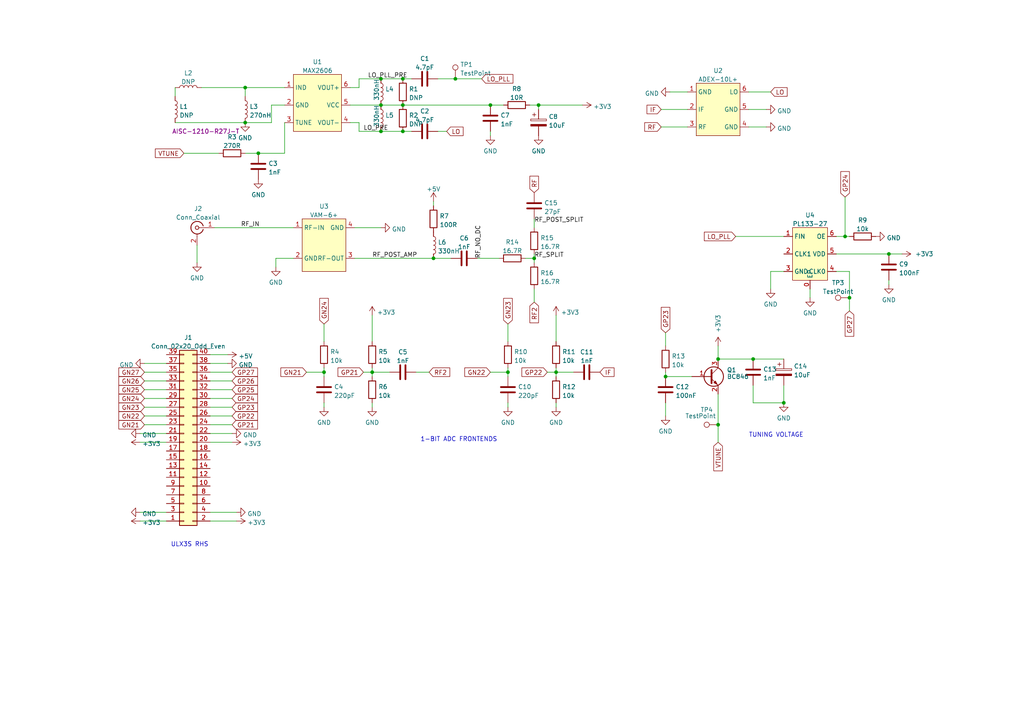
<source format=kicad_sch>
(kicad_sch (version 20211123) (generator eeschema)
  (paper "A4")
  (title_block (title "ULX3S Mixer + 1-bit ADC PCB"))
  (lib_symbols
    (symbol "Connector:Conn_Coaxial" (pin_names (offset 1.016) hide)
      (property "Reference" "J" (at 0.254 3.048 0))
      (property "Value" "Conn_Coaxial" (at 2.921 0 90))
      (symbol "Conn_Coaxial_0_1"
        (arc (start -1.778 -0.508) (mid 0.222 -1.808) (end 1.778 0) (stroke (width 0.254)))
        (polyline (pts (xy -2.54 0) (xy -0.508 0)))
        (polyline (pts (xy 0 -2.54) (xy 0 -1.778)))
        (circle (center 0 0) (radius 0.508) (stroke (width 0.2032)))
        (arc (start 1.778 0) (mid 0.222 1.8083) (end -1.778 0.508) (stroke (width 0.254)))
      )
      (symbol "Conn_Coaxial_1_1"
        (pin passive line (at -5.08 0 0) (length 2.54) (name "In") (number "1"))
        (pin passive line (at 0 -5.08 90) (length 2.54) (name "Ext") (number "2"))
      )
    )
    (symbol "Connector:TestPoint" (pin_numbers hide) (pin_names (offset 0.762) hide)
      (property "Reference" "TP" (at 0 6.858 0))
      (property "Value" "TestPoint" (at 0 5.08 0))
      (symbol "TestPoint_0_1"
        (circle (center 0 3.302) (radius 0.762))
      )
      (symbol "TestPoint_1_1"
        (pin passive line (at 0 0 90) (length 2.54) (name "1") (number "1"))
      )
    )
    (symbol "Connector_Generic:Conn_02x20_Odd_Even" (pin_names (offset 1.016) hide)
      (property "Reference" "J" (at 1.27 25.4 0))
      (property "Value" "Conn_02x20_Odd_Even" (at 1.27 -27.94 0))
      (symbol "Conn_02x20_Odd_Even_1_1"
        (rectangle (start -1.27 -25.273) (end 0 -25.527) (stroke (width 0.1524)))
        (rectangle (start -1.27 -22.733) (end 0 -22.987) (stroke (width 0.1524)))
        (rectangle (start -1.27 -20.193) (end 0 -20.447) (stroke (width 0.1524)))
        (rectangle (start -1.27 -17.653) (end 0 -17.907) (stroke (width 0.1524)))
        (rectangle (start -1.27 -15.113) (end 0 -15.367) (stroke (width 0.1524)))
        (rectangle (start -1.27 -12.573) (end 0 -12.827) (stroke (width 0.1524)))
        (rectangle (start -1.27 -10.033) (end 0 -10.287) (stroke (width 0.1524)))
        (rectangle (start -1.27 -7.493) (end 0 -7.747) (stroke (width 0.1524)))
        (rectangle (start -1.27 -4.953) (end 0 -5.207) (stroke (width 0.1524)))
        (rectangle (start -1.27 -2.413) (end 0 -2.667) (stroke (width 0.1524)))
        (rectangle (start -1.27 0.127) (end 0 -0.127) (stroke (width 0.1524)))
        (rectangle (start -1.27 2.667) (end 0 2.413) (stroke (width 0.1524)))
        (rectangle (start -1.27 5.207) (end 0 4.953) (stroke (width 0.1524)))
        (rectangle (start -1.27 7.747) (end 0 7.493) (stroke (width 0.1524)))
        (rectangle (start -1.27 10.287) (end 0 10.033) (stroke (width 0.1524)))
        (rectangle (start -1.27 12.827) (end 0 12.573) (stroke (width 0.1524)))
        (rectangle (start -1.27 15.367) (end 0 15.113) (stroke (width 0.1524)))
        (rectangle (start -1.27 17.907) (end 0 17.653) (stroke (width 0.1524)))
        (rectangle (start -1.27 20.447) (end 0 20.193) (stroke (width 0.1524)))
        (rectangle (start -1.27 22.987) (end 0 22.733) (stroke (width 0.1524)))
        (rectangle (start -1.27 24.13) (end 3.81 -26.67) (stroke (width 0.254)) (fill (type background)))
        (rectangle (start 3.81 -25.273) (end 2.54 -25.527) (stroke (width 0.1524)))
        (rectangle (start 3.81 -22.733) (end 2.54 -22.987) (stroke (width 0.1524)))
        (rectangle (start 3.81 -20.193) (end 2.54 -20.447) (stroke (width 0.1524)))
        (rectangle (start 3.81 -17.653) (end 2.54 -17.907) (stroke (width 0.1524)))
        (rectangle (start 3.81 -15.113) (end 2.54 -15.367) (stroke (width 0.1524)))
        (rectangle (start 3.81 -12.573) (end 2.54 -12.827) (stroke (width 0.1524)))
        (rectangle (start 3.81 -10.033) (end 2.54 -10.287) (stroke (width 0.1524)))
        (rectangle (start 3.81 -7.493) (end 2.54 -7.747) (stroke (width 0.1524)))
        (rectangle (start 3.81 -4.953) (end 2.54 -5.207) (stroke (width 0.1524)))
        (rectangle (start 3.81 -2.413) (end 2.54 -2.667) (stroke (width 0.1524)))
        (rectangle (start 3.81 0.127) (end 2.54 -0.127) (stroke (width 0.1524)))
        (rectangle (start 3.81 2.667) (end 2.54 2.413) (stroke (width 0.1524)))
        (rectangle (start 3.81 5.207) (end 2.54 4.953) (stroke (width 0.1524)))
        (rectangle (start 3.81 7.747) (end 2.54 7.493) (stroke (width 0.1524)))
        (rectangle (start 3.81 10.287) (end 2.54 10.033) (stroke (width 0.1524)))
        (rectangle (start 3.81 12.827) (end 2.54 12.573) (stroke (width 0.1524)))
        (rectangle (start 3.81 15.367) (end 2.54 15.113) (stroke (width 0.1524)))
        (rectangle (start 3.81 17.907) (end 2.54 17.653) (stroke (width 0.1524)))
        (rectangle (start 3.81 20.447) (end 2.54 20.193) (stroke (width 0.1524)))
        (rectangle (start 3.81 22.987) (end 2.54 22.733) (stroke (width 0.1524)))
        (pin passive line (at -5.08 22.86 0) (length 3.81) (name "Pin_1") (number "1"))
        (pin passive line (at 7.62 12.7 180) (length 3.81) (name "Pin_10") (number "10"))
        (pin passive line (at -5.08 10.16 0) (length 3.81) (name "Pin_11") (number "11"))
        (pin passive line (at 7.62 10.16 180) (length 3.81) (name "Pin_12") (number "12"))
        (pin passive line (at -5.08 7.62 0) (length 3.81) (name "Pin_13") (number "13"))
        (pin passive line (at 7.62 7.62 180) (length 3.81) (name "Pin_14") (number "14"))
        (pin passive line (at -5.08 5.08 0) (length 3.81) (name "Pin_15") (number "15"))
        (pin passive line (at 7.62 5.08 180) (length 3.81) (name "Pin_16") (number "16"))
        (pin passive line (at -5.08 2.54 0) (length 3.81) (name "Pin_17") (number "17"))
        (pin passive line (at 7.62 2.54 180) (length 3.81) (name "Pin_18") (number "18"))
        (pin passive line (at -5.08 0 0) (length 3.81) (name "Pin_19") (number "19"))
        (pin passive line (at 7.62 22.86 180) (length 3.81) (name "Pin_2") (number "2"))
        (pin passive line (at 7.62 0 180) (length 3.81) (name "Pin_20") (number "20"))
        (pin passive line (at -5.08 -2.54 0) (length 3.81) (name "Pin_21") (number "21"))
        (pin passive line (at 7.62 -2.54 180) (length 3.81) (name "Pin_22") (number "22"))
        (pin passive line (at -5.08 -5.08 0) (length 3.81) (name "Pin_23") (number "23"))
        (pin passive line (at 7.62 -5.08 180) (length 3.81) (name "Pin_24") (number "24"))
        (pin passive line (at -5.08 -7.62 0) (length 3.81) (name "Pin_25") (number "25"))
        (pin passive line (at 7.62 -7.62 180) (length 3.81) (name "Pin_26") (number "26"))
        (pin passive line (at -5.08 -10.16 0) (length 3.81) (name "Pin_27") (number "27"))
        (pin passive line (at 7.62 -10.16 180) (length 3.81) (name "Pin_28") (number "28"))
        (pin passive line (at -5.08 -12.7 0) (length 3.81) (name "Pin_29") (number "29"))
        (pin passive line (at -5.08 20.32 0) (length 3.81) (name "Pin_3") (number "3"))
        (pin passive line (at 7.62 -12.7 180) (length 3.81) (name "Pin_30") (number "30"))
        (pin passive line (at -5.08 -15.24 0) (length 3.81) (name "Pin_31") (number "31"))
        (pin passive line (at 7.62 -15.24 180) (length 3.81) (name "Pin_32") (number "32"))
        (pin passive line (at -5.08 -17.78 0) (length 3.81) (name "Pin_33") (number "33"))
        (pin passive line (at 7.62 -17.78 180) (length 3.81) (name "Pin_34") (number "34"))
        (pin passive line (at -5.08 -20.32 0) (length 3.81) (name "Pin_35") (number "35"))
        (pin passive line (at 7.62 -20.32 180) (length 3.81) (name "Pin_36") (number "36"))
        (pin passive line (at -5.08 -22.86 0) (length 3.81) (name "Pin_37") (number "37"))
        (pin passive line (at 7.62 -22.86 180) (length 3.81) (name "Pin_38") (number "38"))
        (pin passive line (at -5.08 -25.4 0) (length 3.81) (name "Pin_39") (number "39"))
        (pin passive line (at 7.62 20.32 180) (length 3.81) (name "Pin_4") (number "4"))
        (pin passive line (at 7.62 -25.4 180) (length 3.81) (name "Pin_40") (number "40"))
        (pin passive line (at -5.08 17.78 0) (length 3.81) (name "Pin_5") (number "5"))
        (pin passive line (at 7.62 17.78 180) (length 3.81) (name "Pin_6") (number "6"))
        (pin passive line (at -5.08 15.24 0) (length 3.81) (name "Pin_7") (number "7"))
        (pin passive line (at 7.62 15.24 180) (length 3.81) (name "Pin_8") (number "8"))
        (pin passive line (at -5.08 12.7 0) (length 3.81) (name "Pin_9") (number "9"))
      )
    )
    (symbol "Device:C" (pin_numbers hide) (pin_names (offset 0.254))
      (property "Reference" "C" (at 0.635 2.54 0))
      (property "Value" "C" (at 0.635 -2.54 0))
      (symbol "C_0_1"
        (polyline (pts (xy -2.032 -0.762) (xy 2.032 -0.762)) (stroke (width 0.508)))
        (polyline (pts (xy -2.032 0.762) (xy 2.032 0.762)) (stroke (width 0.508)))
      )
      (symbol "C_1_1"
        (pin passive line (at 0 3.81 270) (length 2.794) (name "~") (number "1"))
        (pin passive line (at 0 -3.81 90) (length 2.794) (name "~") (number "2"))
      )
    )
    (symbol "Device:C_Polarized" (pin_numbers hide) (pin_names (offset 0.254))
      (property "Reference" "C" (at 0.635 2.54 0))
      (property "Value" "C_Polarized" (at 0.635 -2.54 0))
      (symbol "C_Polarized_0_1"
        (rectangle (start -2.286 0.508) (end 2.286 1.016))
        (polyline (pts (xy -1.778 2.286) (xy -0.762 2.286)))
        (polyline (pts (xy -1.27 2.794) (xy -1.27 1.778)))
        (rectangle (start 2.286 -0.508) (end -2.286 -1.016) (fill (type outline)))
      )
      (symbol "C_Polarized_1_1"
        (pin passive line (at 0 3.81 270) (length 2.794) (name "~") (number "1"))
        (pin passive line (at 0 -3.81 90) (length 2.794) (name "~") (number "2"))
      )
    )
    (symbol "Device:L" (pin_numbers hide) (pin_names (offset 1.016) hide)
      (property "Reference" "L" (at -1.27 0 90))
      (property "Value" "L" (at 1.905 0 90))
      (symbol "L_0_1"
        (arc (start 0 -2.54) (mid 0.635 -1.905) (end 0 -1.27))
        (arc (start 0 -1.27) (mid 0.635 -0.635) (end 0 0))
        (arc (start 0 0) (mid 0.635 0.635) (end 0 1.27))
        (arc (start 0 1.27) (mid 0.635 1.905) (end 0 2.54))
      )
      (symbol "L_1_1"
        (pin passive line (at 0 3.81 270) (length 1.27) (name "1") (number "1"))
        (pin passive line (at 0 -3.81 90) (length 1.27) (name "2") (number "2"))
      )
    )
    (symbol "Device:R" (pin_numbers hide) (pin_names (offset 0))
      (property "Reference" "R" (at 2.032 0 90))
      (property "Value" "R" (at 0 0 90))
      (symbol "R_0_1"
        (rectangle (start -1.016 -2.54) (end 1.016 2.54) (stroke (width 0.254)))
      )
      (symbol "R_1_1"
        (pin passive line (at 0 3.81 270) (length 1.27) (name "~") (number "1"))
        (pin passive line (at 0 -3.81 90) (length 1.27) (name "~") (number "2"))
      )
    )
    (symbol "Transistor_BJT:BC846" (pin_names (offset 0) hide)
      (property "Reference" "Q" (at 5.08 1.905 0))
      (property "Value" "BC846" (at 5.08 0 0))
      (symbol "BC846_0_1"
        (polyline (pts (xy 0.635 0.635) (xy 2.54 2.54)))
        (polyline (pts (xy 0.635 -0.635) (xy 2.54 -2.54) (xy 2.54 -2.54)))
        (polyline (pts (xy 0.635 1.905) (xy 0.635 -1.905) (xy 0.635 -1.905)) (stroke (width 0.508)))
        (polyline (pts (xy 1.27 -1.778) (xy 1.778 -1.27) (xy 2.286 -2.286) (xy 1.27 -1.778) (xy 1.27 -1.778)) (fill (type outline)))
        (circle (center 1.27 0) (radius 2.8194) (stroke (width 0.254)))
      )
      (symbol "BC846_1_1"
        (pin input line (at -5.08 0 0) (length 5.715) (name "B") (number "1"))
        (pin passive line (at 2.54 -5.08 90) (length 2.54) (name "E") (number "2"))
        (pin passive line (at 2.54 5.08 270) (length 2.54) (name "C") (number "3"))
      )
    )
    (symbol "mixer:ADEX-10L+"
      (property "Reference" "U" (at -6.35 10.16 0))
      (property "Value" "ADEX-10L+" (at 8.89 -10.16 0))
      (symbol "ADEX-10L+_0_1"
        (rectangle (start -6.35 7.62) (end 6.35 -7.62) (stroke (width 0.1524)) (fill (type background)))
      )
      (symbol "ADEX-10L+_1_1"
        (pin power_out line (at -8.89 5.08 0) (length 2.54) (name "GND") (number "1"))
        (pin bidirectional line (at -8.89 0 0) (length 2.54) (name "IF") (number "2"))
        (pin bidirectional line (at -8.89 -5.08 0) (length 2.54) (name "RF") (number "3"))
        (pin power_out line (at 8.89 -5.08 180) (length 2.54) (name "GND") (number "4"))
        (pin power_out line (at 8.89 0 180) (length 2.54) (name "GND") (number "5"))
        (pin input line (at 8.89 5.08 180) (length 2.54) (name "LO") (number "6"))
      )
    )
    (symbol "mixer:MAX2606"
      (property "Reference" "U?" (at -0.635 12.539 0))
      (property "Value" "MAX2606" (at -0.635 10.0021 0))
      (symbol "MAX2606_0_1"
        (rectangle (start -7.62 8.89) (end 6.35 -7.62) (stroke (width 0.1524)) (fill (type background)))
      )
      (symbol "MAX2606_1_1"
        (pin input line (at -10.16 5.08 0) (length 2.54) (name "IND") (number "1"))
        (pin power_out line (at -10.16 0 0) (length 2.54) (name "GND") (number "2"))
        (pin input line (at -10.16 -5.08 0) (length 2.54) (name "TUNE") (number "3"))
        (pin output line (at 8.89 -5.08 180) (length 2.54) (name "VOUT-") (number "4"))
        (pin power_in line (at 8.89 0 180) (length 2.54) (name "VCC") (number "5"))
        (pin output line (at 8.89 5.08 180) (length 2.54) (name "VOUT+") (number "6"))
      )
    )
    (symbol "mixer:PL133-27"
      (property "Reference" "U4" (at 0 11.269 0))
      (property "Value" "PL133-27" (at 0 8.7321 0))
      (symbol "PL133-27_0_1"
        (rectangle (start -5.08 7.62) (end 5.08 -7.62) (stroke (width 0.1524)) (fill (type background)))
      )
      (symbol "PL133-27_1_1"
        (pin power_out line (at 0 -10.16 90) (length 2.54) (name "EP") (number "0"))
        (pin input line (at -7.62 5.08 0) (length 2.54) (name "FIN") (number "1"))
        (pin output line (at -7.62 0 0) (length 2.54) (name "CLK1") (number "2"))
        (pin power_out line (at -7.62 -5.08 0) (length 2.54) (name "GND") (number "3"))
        (pin output line (at 7.62 -5.08 180) (length 2.54) (name "CLK0") (number "4"))
        (pin power_in line (at 7.62 0 180) (length 2.54) (name "VDD") (number "5"))
        (pin input line (at 7.62 5.08 180) (length 2.54) (name "OE") (number "6"))
      )
    )
    (symbol "mixer:VAM-6+"
      (property "Reference" "U3" (at 0 11.269 0))
      (property "Value" "VAM-6+" (at 0 8.7321 0))
      (symbol "VAM-6+_0_1"
        (rectangle (start -6.35 7.62) (end 6.35 -7.62) (stroke (width 0.1524)) (fill (type background)))
      )
      (symbol "VAM-6+_1_1"
        (pin input line (at -8.89 5.08 0) (length 2.54) (name "RF-IN") (number "1") (alternate "" input line))
        (pin power_out line (at -8.89 -3.81 0) (length 2.54) (name "GND") (number "2") (alternate "" input line))
        (pin power_out line (at 8.89 -3.81 180) (length 2.54) (name "RF-OUT") (number "3") (alternate "" input line))
        (pin power_out line (at 8.89 5.08 180) (length 2.54) (name "GND") (number "4") (alternate "" input line))
      )
    )
    (symbol "power:+3.3V" (power) (pin_names (offset 0))
      (property "Value" "+3.3V" (at 0 3.556 0))
      (symbol "+3.3V_0_1"
        (polyline (pts (xy -0.762 1.27) (xy 0 2.54)))
        (polyline (pts (xy 0 0) (xy 0 2.54)))
        (polyline (pts (xy 0 2.54) (xy 0.762 1.27)))
      )
      (symbol "+3.3V_1_1"
        (pin power_in line (at 0 0 90) (length 0) hide (name "+3V3") (number "1"))
      )
    )
    (symbol "power:+5V" (power) (pin_names (offset 0))
      (property "Value" "+5V" (at 0 3.556 0))
      (symbol "+5V_0_1"
        (polyline (pts (xy -0.762 1.27) (xy 0 2.54)))
        (polyline (pts (xy 0 0) (xy 0 2.54)))
        (polyline (pts (xy 0 2.54) (xy 0.762 1.27)))
      )
      (symbol "+5V_1_1"
        (pin power_in line (at 0 0 90) (length 0) hide (name "+5V") (number "1"))
      )
    )
    (symbol "power:GND" (power) (pin_names (offset 0))
      (property "Value" "GND" (at 0 -3.81 0))
      (symbol "GND_0_1"
        (polyline (pts (xy 0 0) (xy 0 -1.27) (xy 1.27 -1.27) (xy 0 -2.54) (xy -1.27 -1.27) (xy 0 -1.27)))
      )
      (symbol "GND_1_1"
        (pin power_in line (at 0 0 270) (length 0) hide (name "GND") (number "1"))
      )
    )
  )
  (junction (at 116.84 22.86))
  (junction (at 193.04 109.22))
  (junction (at 71.12 35.56))
  (junction (at 116.84 30.48))
  (junction (at 208.28 104.14))
  (junction (at 93.98 107.95))
  (junction (at 142.24 30.48))
  (junction (at 74.93 44.45))
  (junction (at 218.44 104.14))
  (junction (at 245.11 68.58))
  (junction (at 116.84 38.1))
  (junction (at 107.95 107.95))
  (junction (at 132.08 22.86))
  (junction (at 147.32 107.95))
  (junction (at 110.49 22.86))
  (junction (at 257.81 73.66))
  (junction (at 161.29 107.95))
  (junction (at 110.49 38.1))
  (junction (at 110.49 30.48))
  (junction (at 125.73 74.93))
  (junction (at 71.12 25.4))
  (junction (at 156.21 30.48))
  (junction (at 246.38 86.36))
  (junction (at 208.28 123.19))
  (junction (at 227.33 116.84))
  (junction (at 154.94 74.93))
  (wire (pts (xy 53.34 44.45) (xy 63.5 44.45)))
  (wire (pts (xy 227.33 104.14) (xy 218.44 104.14)))
  (wire (pts (xy 208.28 100.33) (xy 208.28 104.14)))
  (wire (pts (xy 41.91 110.49) (xy 48.26 110.49)))
  (wire (pts (xy 102.87 66.04) (xy 110.49 66.04)))
  (wire (pts (xy 104.14 38.1) (xy 104.14 35.56)))
  (wire (pts (xy 110.49 22.86) (xy 116.84 22.86)))
  (wire (pts (xy 80.01 74.93) (xy 80.01 77.47)))
  (wire (pts (xy 107.95 116.84) (xy 107.95 118.11)))
  (wire (pts (xy 120.65 107.95) (xy 124.46 107.95)))
  (wire (pts (xy 41.91 123.19) (xy 48.26 123.19)))
  (wire (pts (xy 40.64 148.59) (xy 48.26 148.59)))
  (wire (pts (xy 193.04 116.84) (xy 193.04 120.65)))
  (wire (pts (xy 242.57 68.58) (xy 245.11 68.58)))
  (wire (pts (xy 193.04 109.22) (xy 200.66 109.22)))
  (wire (pts (xy 40.64 151.13) (xy 48.26 151.13)))
  (wire (pts (xy 193.04 109.22) (xy 193.04 107.95)))
  (wire (pts (xy 60.96 148.59) (xy 68.58 148.59)))
  (wire (pts (xy 41.91 113.03) (xy 48.26 113.03)))
  (wire (pts (xy 153.67 30.48) (xy 156.21 30.48)))
  (wire (pts (xy 245.11 68.58) (xy 246.38 68.58)))
  (wire (pts (xy 60.96 110.49) (xy 67.31 110.49)))
  (wire (pts (xy 110.49 38.1) (xy 104.14 38.1)))
  (wire (pts (xy 154.94 63.5) (xy 154.94 66.04)))
  (wire (pts (xy 191.77 31.75) (xy 199.39 31.75)))
  (wire (pts (xy 71.12 35.56) (xy 78.74 35.56)))
  (wire (pts (xy 101.6 30.48) (xy 110.49 30.48)))
  (wire (pts (xy 88.9 107.95) (xy 93.98 107.95)))
  (wire (pts (xy 78.74 30.48) (xy 78.74 35.56)))
  (wire (pts (xy 60.96 118.11) (xy 67.31 118.11)))
  (wire (pts (xy 154.94 83.82) (xy 154.94 87.63)))
  (wire (pts (xy 217.17 26.67) (xy 223.52 26.67)))
  (wire (pts (xy 82.55 44.45) (xy 74.93 44.45)))
  (wire (pts (xy 156.21 30.48) (xy 156.21 31.75)))
  (wire (pts (xy 154.94 73.66) (xy 154.94 74.93)))
  (wire (pts (xy 222.25 36.83) (xy 217.17 36.83)))
  (wire (pts (xy 218.44 104.14) (xy 208.28 104.14)))
  (wire (pts (xy 222.25 31.75) (xy 217.17 31.75)))
  (wire (pts (xy 218.44 116.84) (xy 227.33 116.84)))
  (wire (pts (xy 156.21 30.48) (xy 168.91 30.48)))
  (wire (pts (xy 107.95 106.68) (xy 107.95 107.95)))
  (wire (pts (xy 41.91 105.41) (xy 48.26 105.41)))
  (wire (pts (xy 161.29 91.44) (xy 161.29 99.06)))
  (wire (pts (xy 107.95 91.44) (xy 107.95 99.06)))
  (wire (pts (xy 62.23 66.04) (xy 85.09 66.04)))
  (wire (pts (xy 147.32 93.98) (xy 147.32 99.06)))
  (wire (pts (xy 161.29 116.84) (xy 161.29 118.11)))
  (wire (pts (xy 104.14 22.86) (xy 110.49 22.86)))
  (wire (pts (xy 101.6 35.56) (xy 104.14 35.56)))
  (wire (pts (xy 102.87 74.93) (xy 125.73 74.93)))
  (wire (pts (xy 257.81 73.66) (xy 261.62 73.66)))
  (wire (pts (xy 85.09 74.93) (xy 80.01 74.93)))
  (wire (pts (xy 66.04 105.41) (xy 60.96 105.41)))
  (wire (pts (xy 104.14 25.4) (xy 104.14 22.86)))
  (wire (pts (xy 154.94 74.93) (xy 154.94 76.2)))
  (wire (pts (xy 41.91 107.95) (xy 48.26 107.95)))
  (wire (pts (xy 125.73 58.42) (xy 125.73 59.69)))
  (wire (pts (xy 191.77 36.83) (xy 199.39 36.83)))
  (wire (pts (xy 142.24 107.95) (xy 147.32 107.95)))
  (wire (pts (xy 223.52 78.74) (xy 223.52 83.82)))
  (wire (pts (xy 110.49 30.48) (xy 116.84 30.48)))
  (wire (pts (xy 208.28 123.19) (xy 208.28 128.27)))
  (wire (pts (xy 147.32 107.95) (xy 147.32 109.22)))
  (wire (pts (xy 193.04 96.52) (xy 193.04 100.33)))
  (wire (pts (xy 242.57 73.66) (xy 257.81 73.66)))
  (wire (pts (xy 60.96 125.73) (xy 67.31 125.73)))
  (wire (pts (xy 57.15 71.12) (xy 57.15 76.2)))
  (wire (pts (xy 107.95 107.95) (xy 107.95 109.22)))
  (wire (pts (xy 119.38 38.1) (xy 116.84 38.1)))
  (wire (pts (xy 242.57 78.74) (xy 246.38 78.74)))
  (wire (pts (xy 218.44 111.76) (xy 218.44 116.84)))
  (wire (pts (xy 166.37 107.95) (xy 161.29 107.95)))
  (wire (pts (xy 125.73 74.93) (xy 130.81 74.93)))
  (wire (pts (xy 147.32 106.68) (xy 147.32 107.95)))
  (wire (pts (xy 257.81 81.28) (xy 257.81 82.55)))
  (wire (pts (xy 71.12 25.4) (xy 82.55 25.4)))
  (wire (pts (xy 223.52 78.74) (xy 227.33 78.74)))
  (wire (pts (xy 132.08 22.86) (xy 127 22.86)))
  (wire (pts (xy 93.98 107.95) (xy 93.98 109.22)))
  (wire (pts (xy 93.98 93.98) (xy 93.98 99.06)))
  (wire (pts (xy 158.75 107.95) (xy 161.29 107.95)))
  (wire (pts (xy 246.38 78.74) (xy 246.38 86.36)))
  (wire (pts (xy 60.96 128.27) (xy 67.31 128.27)))
  (wire (pts (xy 60.96 120.65) (xy 67.31 120.65)))
  (wire (pts (xy 246.38 86.36) (xy 246.38 90.17)))
  (wire (pts (xy 93.98 106.68) (xy 93.98 107.95)))
  (wire (pts (xy 101.6 25.4) (xy 104.14 25.4)))
  (wire (pts (xy 60.96 113.03) (xy 67.31 113.03)))
  (wire (pts (xy 213.36 68.58) (xy 227.33 68.58)))
  (wire (pts (xy 194.31 26.67) (xy 199.39 26.67)))
  (wire (pts (xy 93.98 116.84) (xy 93.98 118.11)))
  (wire (pts (xy 234.95 83.82) (xy 234.95 86.36)))
  (wire (pts (xy 41.91 115.57) (xy 48.26 115.57)))
  (wire (pts (xy 113.03 107.95) (xy 107.95 107.95)))
  (wire (pts (xy 142.24 38.1) (xy 142.24 39.37)))
  (wire (pts (xy 82.55 30.48) (xy 78.74 30.48)))
  (wire (pts (xy 60.96 151.13) (xy 68.58 151.13)))
  (wire (pts (xy 161.29 107.95) (xy 161.29 109.22)))
  (wire (pts (xy 132.08 22.86) (xy 139.7 22.86)))
  (wire (pts (xy 138.43 74.93) (xy 144.78 74.93)))
  (wire (pts (xy 60.96 107.95) (xy 67.31 107.95)))
  (wire (pts (xy 161.29 106.68) (xy 161.29 107.95)))
  (wire (pts (xy 82.55 35.56) (xy 82.55 44.45)))
  (wire (pts (xy 71.12 25.4) (xy 71.12 27.94)))
  (wire (pts (xy 40.64 128.27) (xy 48.26 128.27)))
  (wire (pts (xy 245.11 57.15) (xy 245.11 68.58)))
  (wire (pts (xy 66.04 102.87) (xy 60.96 102.87)))
  (wire (pts (xy 147.32 116.84) (xy 147.32 118.11)))
  (wire (pts (xy 40.64 125.73) (xy 48.26 125.73)))
  (wire (pts (xy 58.42 25.4) (xy 71.12 25.4)))
  (wire (pts (xy 116.84 38.1) (xy 110.49 38.1)))
  (wire (pts (xy 60.96 123.19) (xy 67.31 123.19)))
  (wire (pts (xy 116.84 22.86) (xy 119.38 22.86)))
  (wire (pts (xy 41.91 120.65) (xy 48.26 120.65)))
  (wire (pts (xy 208.28 114.3) (xy 208.28 123.19)))
  (wire (pts (xy 60.96 115.57) (xy 67.31 115.57)))
  (wire (pts (xy 152.4 74.93) (xy 154.94 74.93)))
  (wire (pts (xy 50.8 35.56) (xy 71.12 35.56)))
  (wire (pts (xy 105.41 107.95) (xy 107.95 107.95)))
  (wire (pts (xy 127 38.1) (xy 129.54 38.1)))
  (wire (pts (xy 50.8 25.4) (xy 50.8 27.94)))
  (wire (pts (xy 227.33 111.76) (xy 227.33 116.84)))
  (wire (pts (xy 71.12 44.45) (xy 74.93 44.45)))
  (wire (pts (xy 116.84 30.48) (xy 142.24 30.48)))
  (wire (pts (xy 41.91 118.11) (xy 48.26 118.11)))
  (wire (pts (xy 142.24 30.48) (xy 146.05 30.48)))
  (text "ULX3S RHS" (at 49.53 158.75 0) (effects (font (size 1.27 1.27)) (justify left bottom)))
  (text "TUNING VOLTAGE" (at 217.17 127 0) (effects (font (size 1.27 1.27)) (justify left bottom)))
  (text "1-BIT ADC FRONTENDS" (at 121.92 128.27 0) (effects (font (size 1.27 1.27)) (justify left bottom)))
  (label "RF_IN" (at 69.85 66.04 0))
  (label "RF_NO_DC" (at 139.7 74.93 90))
  (label "RF_SPLIT" (at 154.94 74.93 0))
  (label "RF_POST_AMP" (at 107.95 74.93 0))
  (label "LO_PRE" (at 105.41 38.1 0))
  (label "LO_PLL_PRE" (at 106.68 22.86 0))
  (label "RF_POST_SPLIT" (at 154.94 64.77 0))
  (global_label "GN22" (shape input) (at 41.91 120.65 180) (property "Intersheet References" "${INTERSHEET_REFS}" (effects hide)))
  (global_label "GP24" (shape input) (at 67.31 115.57 0) (property "Intersheet References" "${INTERSHEET_REFS}" (effects hide)))
  (global_label "GP22" (shape input) (at 67.31 120.65 0) (property "Intersheet References" "${INTERSHEET_REFS}" (effects hide)))
  (global_label "RF" (shape input) (at 154.94 55.88 90) (property "Intersheet References" "${INTERSHEET_REFS}" (effects hide)))
  (global_label "GN24" (shape input) (at 93.98 93.98 90) (property "Intersheet References" "${INTERSHEET_REFS}" (effects hide)))
  (global_label "GN22" (shape input) (at 142.24 107.95 180) (property "Intersheet References" "${INTERSHEET_REFS}" (effects hide)))
  (global_label "GN21" (shape input) (at 41.91 123.19 180) (property "Intersheet References" "${INTERSHEET_REFS}" (effects hide)))
  (global_label "LO" (shape input) (at 223.52 26.67 0) (property "Intersheet References" "${INTERSHEET_REFS}" (effects hide)))
  (global_label "GP24" (shape input) (at 245.11 57.15 90) (property "Intersheet References" "${INTERSHEET_REFS}" (effects hide)))
  (global_label "GP23" (shape input) (at 67.31 118.11 0) (property "Intersheet References" "${INTERSHEET_REFS}" (effects hide)))
  (global_label "GN21" (shape input) (at 88.9 107.95 180) (property "Intersheet References" "${INTERSHEET_REFS}" (effects hide)))
  (global_label "RF2" (shape input) (at 154.94 87.63 270) (property "Intersheet References" "${INTERSHEET_REFS}" (effects hide)))
  (global_label "GN23" (shape input) (at 41.91 118.11 180) (property "Intersheet References" "${INTERSHEET_REFS}" (effects hide)))
  (global_label "GP26" (shape input) (at 67.31 110.49 0) (property "Intersheet References" "${INTERSHEET_REFS}" (effects hide)))
  (global_label "LO" (shape input) (at 129.54 38.1 0) (property "Intersheet References" "${INTERSHEET_REFS}" (effects hide)))
  (global_label "GN26" (shape input) (at 41.91 110.49 180) (property "Intersheet References" "${INTERSHEET_REFS}" (effects hide)))
  (global_label "IF" (shape input) (at 173.99 107.95 0) (property "Intersheet References" "${INTERSHEET_REFS}" (effects hide)))
  (global_label "GN25" (shape input) (at 41.91 113.03 180) (property "Intersheet References" "${INTERSHEET_REFS}" (effects hide)))
  (global_label "GP27" (shape input) (at 67.31 107.95 0) (property "Intersheet References" "${INTERSHEET_REFS}" (effects hide)))
  (global_label "IF" (shape input) (at 191.77 31.75 180) (property "Intersheet References" "${INTERSHEET_REFS}" (effects hide)))
  (global_label "GP23" (shape input) (at 193.04 96.52 90) (property "Intersheet References" "${INTERSHEET_REFS}" (effects hide)))
  (global_label "GN23" (shape input) (at 147.32 93.98 90) (property "Intersheet References" "${INTERSHEET_REFS}" (effects hide)))
  (global_label "GP21" (shape input) (at 67.31 123.19 0) (property "Intersheet References" "${INTERSHEET_REFS}" (effects hide)))
  (global_label "GN24" (shape input) (at 41.91 115.57 180) (property "Intersheet References" "${INTERSHEET_REFS}" (effects hide)))
  (global_label "RF2" (shape input) (at 124.46 107.95 0) (property "Intersheet References" "${INTERSHEET_REFS}" (effects hide)))
  (global_label "GP25" (shape input) (at 67.31 113.03 0) (property "Intersheet References" "${INTERSHEET_REFS}" (effects hide)))
  (global_label "LO_PLL" (shape input) (at 139.7 22.86 0) (property "Intersheet References" "${INTERSHEET_REFS}" (effects hide)))
  (global_label "RF" (shape input) (at 191.77 36.83 180) (property "Intersheet References" "${INTERSHEET_REFS}" (effects hide)))
  (global_label "LO_PLL" (shape input) (at 213.36 68.58 180) (property "Intersheet References" "${INTERSHEET_REFS}" (effects hide)))
  (global_label "VTUNE" (shape input) (at 208.28 128.27 270) (property "Intersheet References" "${INTERSHEET_REFS}" (effects hide)))
  (global_label "GN27" (shape input) (at 41.91 107.95 180) (property "Intersheet References" "${INTERSHEET_REFS}" (effects hide)))
  (global_label "GP27" (shape input) (at 246.38 90.17 270) (property "Intersheet References" "${INTERSHEET_REFS}" (effects hide)))
  (global_label "VTUNE" (shape input) (at 53.34 44.45 180) (property "Intersheet References" "${INTERSHEET_REFS}" (effects hide)))
  (global_label "GP22" (shape input) (at 158.75 107.95 180) (property "Intersheet References" "${INTERSHEET_REFS}" (effects hide)))
  (global_label "GP21" (shape input) (at 105.41 107.95 180) (property "Intersheet References" "${INTERSHEET_REFS}" (effects hide)))
  (symbol (lib_id "power:GND") (at 193.04 120.65 0) (unit 1)
    (property "Reference" "#PWR026" (effects hide))
    (property "Value" "GND" (at 193.04 125.0934 0))
  )
  (symbol (lib_id "power:+3.3V") (at 168.91 30.48 270) (unit 1)
    (property "Reference" "#PWR018" (effects hide))
    (property "Value" "+3.3V" (at 172.085 30.9138 90) (effects (justify left)))
  )
  (symbol (lib_id "Device:R") (at 107.95 102.87 0) (unit 1)
    (property "Reference" "R5" (at 109.728 102.0353 0) (effects (justify left)))
    (property "Value" "10k" (at 109.728 104.5722 0) (effects (justify left)))
    (property "Footprint" "Resistor_SMD:R_0603_1608Metric" (effects hide))
    (property "MPN" "0603WAJ0103T5E" (effects hide))
  )
  (symbol (lib_id "power:GND") (at 68.58 148.59 90) (unit 1)
    (property "Reference" "#PWR0104" (effects hide))
    (property "Value" "GND" (at 71.755 149.0238 90) (effects (justify right)))
  )
  (symbol (lib_id "Connector:TestPoint") (at 208.28 123.19 90) (unit 1)
    (property "Reference" "TP4" (at 204.978 118.8552 90))
    (property "Value" "TestPoint" (at 203.2 120.65 90))
    (property "Footprint" "TestPoint:TestPoint_Pad_1.0x1.0mm" (effects hide))
    (property "MPN" "DNP" (effects hide))
  )
  (symbol (lib_id "power:+5V") (at 125.73 58.42 0) (unit 1)
    (property "Reference" "#PWR015" (effects hide))
    (property "Value" "+5V" (at 125.73 54.8442 0))
  )
  (symbol (lib_id "power:+3.3V") (at 68.58 151.13 270) (unit 1)
    (property "Reference" "#PWR0105" (effects hide))
    (property "Value" "+3.3V" (at 71.755 151.5638 90) (effects (justify left)))
  )
  (symbol (lib_id "Device:C_Polarized") (at 156.21 35.56 0) (unit 1)
    (property "Reference" "C8" (at 159.131 33.8363 0) (effects (justify left)))
    (property "Value" "10uF" (at 159.131 36.3732 0) (effects (justify left)))
    (property "Footprint" "Capacitor_SMD:C_1210_3225Metric" (effects hide))
    (property "MPN" "CL32A106KOJNNNE" (effects hide))
  )
  (symbol (lib_id "Device:R") (at 161.29 102.87 0) (unit 1)
    (property "Reference" "R11" (at 163.068 102.0353 0) (effects (justify left)))
    (property "Value" "10k" (at 163.068 104.5722 0) (effects (justify left)))
    (property "Footprint" "Resistor_SMD:R_0603_1608Metric" (effects hide))
    (property "MPN" "0603WAJ0103T5E" (effects hide))
  )
  (symbol (lib_id "power:GND") (at 40.64 125.73 270) (unit 1)
    (property "Reference" "#PWR029" (effects hide))
    (property "Value" "GND" (at 41.275 126.1638 90) (effects (justify left)))
  )
  (symbol (lib_id "Device:R") (at 116.84 26.67 0) (unit 1)
    (property "Reference" "R1" (at 118.618 25.8353 0) (effects (justify left)))
    (property "Value" "DNP" (at 118.618 28.3722 0) (effects (justify left)))
    (property "Footprint" "Resistor_SMD:R_0603_1608Metric" (effects hide))
    (property "MPN" "DNP" (effects hide))
  )
  (symbol (lib_id "power:GND") (at 156.21 39.37 0) (unit 1)
    (property "Reference" "#PWR017" (effects hide))
    (property "Value" "GND" (at 156.21 43.8134 0))
  )
  (symbol (lib_id "Device:R") (at 154.94 80.01 0) (unit 1)
    (property "Reference" "R16" (at 156.718 79.1753 0) (effects (justify left)))
    (property "Value" "16.7R" (at 156.718 81.7122 0) (effects (justify left)))
    (property "Footprint" "Resistor_SMD:R_0603_1608Metric" (effects hide))
    (property "MPN" "RT0603BRD0716R7L" (effects hide))
  )
  (symbol (lib_id "power:+3.3V") (at 67.31 128.27 270) (unit 1)
    (property "Reference" "#PWR032" (effects hide))
    (property "Value" "+3.3V" (at 70.485 128.7038 90) (effects (justify left)))
  )
  (symbol (lib_id "power:+3.3V") (at 208.28 100.33 0) (unit 1)
    (property "Reference" "#PWR027" (effects hide))
    (property "Value" "+3.3V" (at 208.28 96.52 90) (effects (justify left)))
  )
  (symbol (lib_id "Device:C") (at 93.98 113.03 0) (unit 1)
    (property "Reference" "C4" (at 96.901 112.1953 0) (effects (justify left)))
    (property "Value" "220pF" (at 96.901 114.7322 0) (effects (justify left)))
    (property "Footprint" "Capacitor_SMD:C_0603_1608Metric" (effects hide))
    (property "MPN" "885382206001" (effects hide))
  )
  (symbol (lib_id "power:+3.3V") (at 40.64 128.27 90) (unit 1)
    (property "Reference" "#PWR030" (effects hide))
    (property "Value" "+3.3V" (at 41.275 128.7038 90) (effects (justify right)))
  )
  (symbol (lib_id "Device:R") (at 107.95 113.03 0) (unit 1)
    (property "Reference" "R6" (at 109.728 112.1953 0) (effects (justify left)))
    (property "Value" "10k" (at 109.728 114.7322 0) (effects (justify left)))
    (property "Footprint" "Resistor_SMD:R_0603_1608Metric" (effects hide))
    (property "MPN" "0603WAJ0103T5E" (effects hide))
  )
  (symbol (lib_id "mixer:PL133-27") (at 234.95 73.66 0) (unit 1)
    (property "Reference" "U4" (at 234.95 62.391 0))
    (property "Value" "PL133-27" (at 234.95 64.9279 0))
    (property "Footprint" "mixer:TDFN2013-6LD-PL-1" (effects hide))
    (property "MPN" "PL133-27GC-R" (effects hide))
  )
  (symbol (lib_id "power:GND") (at 80.01 77.47 0) (unit 1)
    (property "Reference" "#PWR010" (effects hide))
    (property "Value" "GND" (at 80.01 81.9134 0))
  )
  (symbol (lib_id "Device:L") (at 50.8 31.75 0) (unit 1)
    (property "Reference" "L1" (at 52.07 30.9153 0) (effects (justify left)))
    (property "Value" "DNP" (at 52.07 33.4522 0) (effects (justify left)))
    (property "Footprint" "Inductor_SMD:L_1210_3225Metric" (effects hide))
    (property "MPN" "DNP" (effects hide))
  )
  (symbol (lib_id "Device:R") (at 161.29 113.03 0) (unit 1)
    (property "Reference" "R12" (at 163.068 112.1953 0) (effects (justify left)))
    (property "Value" "10k" (at 163.068 114.7322 0) (effects (justify left)))
    (property "Footprint" "Resistor_SMD:R_0603_1608Metric" (effects hide))
    (property "MPN" "0603WAJ0103T5E" (effects hide))
  )
  (symbol (lib_id "Connector:TestPoint") (at 132.08 22.86 0) (unit 1)
    (property "Reference" "TP1" (at 133.477 18.7233 0) (effects (justify left)))
    (property "Value" "TestPoint" (at 133.477 21.2602 0) (effects (justify left)))
    (property "Footprint" "TestPoint:TestPoint_Pad_1.0x1.0mm" (effects hide))
    (property "MPN" "DNP" (effects hide))
  )
  (symbol (lib_id "power:+3.3V") (at 107.95 91.44 0) (unit 1)
    (property "Reference" "#PWR013" (effects hide))
    (property "Value" "+3.3V" (at 109.347 90.6038 0) (effects (justify left)))
  )
  (symbol (lib_id "Connector_Generic:Conn_02x20_Odd_Even") (at 53.34 128.27 0) (mirror x) (unit 1)
    (property "Reference" "J1" (at 54.61 97.9002 0))
    (property "Value" "Conn_02x20_Odd_Even" (at 54.61 100.4371 0))
    (property "Footprint" "Connector_PinHeader_2.54mm:PinHeader_2x20_P2.54mm_Vertical" (effects hide))
    (property "MPN" "DNP" (effects hide))
  )
  (symbol (lib_id "power:GND") (at 194.31 26.67 270) (unit 1)
    (property "Reference" "#PWR03" (effects hide))
    (property "Value" "GND" (at 191.1351 27.1038 90) (effects (justify right)))
  )
  (symbol (lib_id "Device:C") (at 257.81 77.47 0) (unit 1)
    (property "Reference" "C9" (at 260.731 76.6353 0) (effects (justify left)))
    (property "Value" "100nF" (at 260.731 79.1722 0) (effects (justify left)))
    (property "Footprint" "Capacitor_SMD:C_0603_1608Metric" (effects hide))
    (property "MPN" "C0603C104K8RACTU" (effects hide))
  )
  (symbol (lib_id "Device:C") (at 193.04 113.03 0) (unit 1)
    (property "Reference" "C12" (at 195.961 112.1953 0) (effects (justify left)))
    (property "Value" "100nF" (at 195.961 114.7322 0) (effects (justify left)))
    (property "Footprint" "Capacitor_SMD:C_0603_1608Metric" (effects hide))
    (property "MPN" "C0603C104K8RACTU" (effects hide))
  )
  (symbol (lib_id "power:GND") (at 57.15 76.2 0) (unit 1)
    (property "Reference" "#PWR07" (effects hide))
    (property "Value" "GND" (at 57.15 80.6434 0))
  )
  (symbol (lib_id "mixer:MAX2606") (at 92.71 30.48 0) (unit 1)
    (property "Reference" "U1" (at 92.075 17.941 0))
    (property "Value" "MAX2606" (at 92.075 20.4779 0))
    (property "Footprint" "Package_TO_SOT_SMD:TSOT-23-6_HandSoldering" (effects hide))
    (property "MPN" "MAX2606EUT+T " (effects hide))
  )
  (symbol (lib_id "power:GND") (at 107.95 118.11 0) (unit 1)
    (property "Reference" "#PWR014" (effects hide))
    (property "Value" "GND" (at 107.95 122.5534 0))
  )
  (symbol (lib_id "Device:C") (at 123.19 22.86 90) (unit 1)
    (property "Reference" "C1" (at 123.19 17.0012 90))
    (property "Value" "4.7pF" (at 123.19 19.5381 90))
    (property "Footprint" "Capacitor_SMD:C_0603_1608Metric" (effects hide))
    (property "MPN" "RF18N4R7B500CT" (effects hide))
  )
  (symbol (lib_id "Device:C") (at 142.24 34.29 0) (unit 1)
    (property "Reference" "C7" (at 145.161 33.4553 0) (effects (justify left)))
    (property "Value" "1nF" (at 145.161 35.9922 0) (effects (justify left)))
    (property "Footprint" "Capacitor_SMD:C_0603_1608Metric" (effects hide))
    (property "MPN" "HH18N102J500CT" (effects hide))
  )
  (symbol (lib_id "power:GND") (at 71.12 35.56 0) (unit 1)
    (property "Reference" "#PWR01" (effects hide))
    (property "Value" "GND" (at 71.12 40.0034 0))
  )
  (symbol (lib_id "power:GND") (at 147.32 118.11 0) (unit 1)
    (property "Reference" "#PWR023" (effects hide))
    (property "Value" "GND" (at 147.32 122.5534 0))
  )
  (symbol (lib_id "power:GND") (at 161.29 118.11 0) (unit 1)
    (property "Reference" "#PWR025" (effects hide))
    (property "Value" "GND" (at 161.29 122.5534 0))
  )
  (symbol (lib_id "power:+5V") (at 66.04 102.87 270) (unit 1)
    (property "Reference" "#PWR08" (effects hide))
    (property "Value" "+5V" (at 69.215 103.3038 90) (effects (justify left)))
  )
  (symbol (lib_id "Device:R") (at 147.32 102.87 0) (unit 1)
    (property "Reference" "R10" (at 149.098 102.0353 0) (effects (justify left)))
    (property "Value" "10k" (at 149.098 104.5722 0) (effects (justify left)))
    (property "Footprint" "Resistor_SMD:R_0603_1608Metric" (effects hide))
    (property "MPN" "0603WAJ0103T5E" (effects hide))
  )
  (symbol (lib_id "power:GND") (at 142.24 39.37 0) (unit 1)
    (property "Reference" "#PWR016" (effects hide))
    (property "Value" "GND" (at 142.24 43.8134 0))
  )
  (symbol (lib_id "power:+3.3V") (at 40.64 151.13 90) (unit 1)
    (property "Reference" "#PWR0103" (effects hide))
    (property "Value" "+3.3V" (at 41.275 151.5638 90) (effects (justify right)))
  )
  (symbol (lib_id "Device:L") (at 110.49 26.67 0) (unit 1)
    (property "Reference" "L4" (at 111.76 25.8353 0) (effects (justify left)))
    (property "Value" "330nH" (at 109.22 29.21 90) (effects (justify left)))
    (property "Footprint" "Inductor_SMD:L_1210_3225Metric" (effects hide))
    (property "MPN" "AISC-1210-R33J-T" (effects hide))
  )
  (symbol (lib_id "Device:C") (at 218.44 107.95 180) (unit 1)
    (property "Reference" "C13" (at 221.361 107.1153 0) (effects (justify right)))
    (property "Value" "1nF" (at 221.361 109.6522 0) (effects (justify right)))
    (property "Footprint" "Capacitor_SMD:C_0603_1608Metric" (effects hide))
    (property "MPN" "HH18N102J500CT" (effects hide))
  )
  (symbol (lib_id "mixer:ADEX-10L+") (at 208.28 31.75 0) (unit 1)
    (property "Reference" "U2" (at 208.28 20.481 0))
    (property "Value" "ADEX-10L+" (at 208.28 23.0179 0))
    (property "Footprint" "mixer:ADEX-10L+" (effects hide))
    (property "MPN" "ADEX-10L+ " (effects hide))
  )
  (symbol (lib_id "power:+3.3V") (at 161.29 91.44 0) (unit 1)
    (property "Reference" "#PWR024" (effects hide))
    (property "Value" "+3.3V" (at 162.687 90.6038 0) (effects (justify left)))
  )
  (symbol (lib_id "Device:R") (at 250.19 68.58 90) (unit 1)
    (property "Reference" "R9" (at 250.19 63.8642 90))
    (property "Value" "10k" (at 250.19 66.4011 90))
    (property "Footprint" "Resistor_SMD:R_0603_1608Metric" (effects hide))
    (property "MPN" "0603WAJ0103T5E" (effects hide))
  )
  (symbol (lib_id "Device:C") (at 134.62 74.93 90) (unit 1)
    (property "Reference" "C6" (at 134.62 69.0712 90))
    (property "Value" "1nF" (at 134.62 71.6081 90))
    (property "Footprint" "Capacitor_SMD:C_0603_1608Metric" (effects hide))
    (property "MPN" "HH18N102J500CT" (effects hide))
  )
  (symbol (lib_id "Device:R") (at 154.94 69.85 180) (unit 1)
    (property "Reference" "R15" (at 156.718 69.0153 0) (effects (justify right)))
    (property "Value" "16.7R" (at 156.718 71.5522 0) (effects (justify right)))
    (property "Footprint" "Resistor_SMD:R_0603_1608Metric" (effects hide))
    (property "MPN" "RT0603BRD0716R7L" (effects hide))
  )
  (symbol (lib_id "Device:R") (at 193.04 104.14 0) (unit 1)
    (property "Reference" "R13" (at 194.818 103.3053 0) (effects (justify left)))
    (property "Value" "10k" (at 194.818 105.8422 0) (effects (justify left)))
    (property "Footprint" "Resistor_SMD:R_0603_1608Metric" (effects hide))
    (property "MPN" "0603WAJ0103T5E" (effects hide))
  )
  (symbol (lib_id "power:GND") (at 223.52 83.82 0) (unit 1)
    (property "Reference" "#PWR019" (effects hide))
    (property "Value" "GND" (at 223.52 88.2634 0))
  )
  (symbol (lib_id "Connector:TestPoint") (at 246.38 86.36 90) (unit 1)
    (property "Reference" "TP3" (at 243.078 82.0252 90))
    (property "Value" "TestPoint" (at 243.078 84.5621 90))
    (property "Footprint" "TestPoint:TestPoint_Pad_1.0x1.0mm" (effects hide))
    (property "MPN" "DNP" (effects hide))
  )
  (symbol (lib_id "Device:L") (at 71.12 31.75 0) (unit 1)
    (property "Reference" "L3" (at 72.39 30.9153 0) (effects (justify left)))
    (property "Value" "270nH" (at 72.39 33.4522 0) (effects (justify left)))
    (property "Footprint" "Inductor_SMD:L_1210_3225Metric" (effects hide))
    (property "MPN" "AISC-1210-R27J-T" (at 59.69 38.1 0))
  )
  (symbol (lib_id "Device:C") (at 154.94 59.69 180) (unit 1)
    (property "Reference" "C15" (at 157.861 58.8553 0) (effects (justify right)))
    (property "Value" "27pF" (at 157.861 61.3922 0) (effects (justify right)))
    (property "Footprint" "Capacitor_SMD:C_0603_1608Metric" (effects hide))
    (property "MPN" "RF18N270J500CT" (effects hide))
  )
  (symbol (lib_id "Device:C") (at 147.32 113.03 0) (unit 1)
    (property "Reference" "C10" (at 150.241 112.1953 0) (effects (justify left)))
    (property "Value" "220pF" (at 150.241 114.7322 0) (effects (justify left)))
    (property "Footprint" "Capacitor_SMD:C_0603_1608Metric" (effects hide))
    (property "MPN" "885382206001" (effects hide))
  )
  (symbol (lib_id "power:GND") (at 110.49 66.04 90) (unit 1)
    (property "Reference" "#PWR012" (effects hide))
    (property "Value" "GND" (at 113.665 66.4738 90) (effects (justify right)))
  )
  (symbol (lib_id "Device:L") (at 125.73 71.12 0) (unit 1)
    (property "Reference" "L6" (at 127 70.2853 0) (effects (justify left)))
    (property "Value" "330nH" (at 127 72.8222 0) (effects (justify left)))
    (property "Footprint" "Inductor_SMD:L_1210_3225Metric" (effects hide))
    (property "MPN" "AISC-1210-R33J-T" (effects hide))
  )
  (symbol (lib_id "mixer:VAM-6+") (at 93.98 71.12 0) (unit 1)
    (property "Reference" "U3" (at 93.98 59.851 0))
    (property "Value" "VAM-6+" (at 93.98 62.3879 0))
    (property "Footprint" "mixer:SOT-143-Weird" (effects hide))
    (property "MPN" "VAM-6+" (effects hide))
  )
  (symbol (lib_id "Connector:Conn_Coaxial") (at 57.15 66.04 0) (mirror y) (unit 1)
    (property "Reference" "J2" (at 57.4674 60.5136 0))
    (property "Value" "Conn_Coaxial" (at 57.4674 63.0505 0))
    (property "Footprint" "Connector_Coaxial:SMA_Amphenol_132289_EdgeMount" (effects hide))
    (property "Datasheet" " ~" (effects hide))
    (property "MPN" "CONSMA020.062-G" (effects hide))
  )
  (symbol (lib_id "power:GND") (at 93.98 118.11 0) (unit 1)
    (property "Reference" "#PWR011" (effects hide))
    (property "Value" "GND" (at 93.98 122.5534 0))
  )
  (symbol (lib_id "Device:L") (at 54.61 25.4 90) (unit 1)
    (property "Reference" "L2" (at 54.61 21.1922 90))
    (property "Value" "DNP" (at 54.61 23.7291 90))
    (property "Footprint" "Inductor_SMD:L_1210_3225Metric" (effects hide))
    (property "MPN" "DNP" (effects hide))
  )
  (symbol (lib_id "Device:C_Polarized") (at 227.33 107.95 0) (unit 1)
    (property "Reference" "C14" (at 230.251 106.2263 0) (effects (justify left)))
    (property "Value" "10uF" (at 230.251 108.7632 0) (effects (justify left)))
    (property "Footprint" "Capacitor_SMD:C_1210_3225Metric" (effects hide))
    (property "MPN" "CL32A106KOJNNNE" (effects hide))
  )
  (symbol (lib_id "Device:R") (at 148.59 74.93 90) (unit 1)
    (property "Reference" "R14" (at 148.59 70.2142 90))
    (property "Value" "16.7R" (at 148.59 72.7511 90))
    (property "Footprint" "Resistor_SMD:R_0603_1608Metric" (effects hide))
    (property "MPN" "RT0603BRD0716R7L" (effects hide))
  )
  (symbol (lib_id "power:GND") (at 74.93 52.07 0) (unit 1)
    (property "Reference" "#PWR02" (effects hide))
    (property "Value" "GND" (at 74.93 56.5134 0))
  )
  (symbol (lib_id "power:GND") (at 222.25 31.75 90) (unit 1)
    (property "Reference" "#PWR04" (effects hide))
    (property "Value" "GND" (at 225.425 32.1838 90) (effects (justify right)))
  )
  (symbol (lib_id "Device:C") (at 123.19 38.1 90) (unit 1)
    (property "Reference" "C2" (at 123.19 32.2412 90))
    (property "Value" "4.7pF" (at 123.19 34.7781 90))
    (property "Footprint" "Capacitor_SMD:C_0603_1608Metric" (effects hide))
    (property "MPN" "RF18N4R7B500CT" (effects hide))
  )
  (symbol (lib_id "Device:R") (at 93.98 102.87 0) (unit 1)
    (property "Reference" "R4" (at 95.758 102.0353 0) (effects (justify left)))
    (property "Value" "10k" (at 95.758 104.5722 0) (effects (justify left)))
    (property "Footprint" "Resistor_SMD:R_0603_1608Metric" (effects hide))
    (property "MPN" "0603WAJ0103T5E" (effects hide))
  )
  (symbol (lib_id "Transistor_BJT:BC846") (at 205.74 109.22 0) (unit 1)
    (property "Reference" "Q1" (at 210.82 107.315 0) (effects (justify left)))
    (property "Value" "BC846" (at 210.82 109.22 0) (effects (justify left)))
    (property "Footprint" "Package_TO_SOT_SMD:SOT-23" (effects hide))
    (property "Datasheet" "https://assets.nexperia.com/documents/data-sheet/BC846_SER.pdf" (effects hide))
    (property "MPN" "BC846-T " (effects hide))
  )
  (symbol (lib_id "Device:C") (at 170.18 107.95 90) (unit 1)
    (property "Reference" "C11" (at 170.18 102.0912 90))
    (property "Value" "1nF" (at 170.18 104.6281 90))
    (property "Footprint" "Capacitor_SMD:C_0603_1608Metric" (effects hide))
    (property "MPN" "HH18N102J500CT" (effects hide))
  )
  (symbol (lib_id "power:+3.3V") (at 261.62 73.66 270) (unit 1)
    (property "Reference" "#PWR022" (effects hide))
    (property "Value" "+3.3V" (at 265.43 73.66 90) (effects (justify left)))
  )
  (symbol (lib_id "Device:R") (at 116.84 34.29 0) (unit 1)
    (property "Reference" "R2" (at 118.618 33.4553 0) (effects (justify left)))
    (property "Value" "DNP" (at 118.618 35.9922 0) (effects (justify left)))
    (property "Footprint" "Resistor_SMD:R_0603_1608Metric" (effects hide))
    (property "MPN" "DNP" (effects hide))
  )
  (symbol (lib_id "Device:C") (at 116.84 107.95 90) (unit 1)
    (property "Reference" "C5" (at 116.84 102.0912 90))
    (property "Value" "1nF" (at 116.84 104.6281 90))
    (property "Footprint" "Capacitor_SMD:C_0603_1608Metric" (effects hide))
    (property "MPN" "HH18N102J500CT" (effects hide))
  )
  (symbol (lib_id "power:GND") (at 227.33 116.84 0) (unit 1)
    (property "Reference" "#PWR028" (effects hide))
    (property "Value" "GND" (at 227.33 121.2834 0))
  )
  (symbol (lib_id "Device:R") (at 67.31 44.45 90) (unit 1)
    (property "Reference" "R3" (at 67.31 39.7342 90))
    (property "Value" "270R" (at 67.31 42.2711 90))
    (property "Footprint" "Resistor_SMD:R_0603_1608Metric" (effects hide))
    (property "MPN" "RMCF0603JT270R" (effects hide))
  )
  (symbol (lib_id "power:GND") (at 257.81 82.55 0) (unit 1)
    (property "Reference" "#PWR021" (effects hide))
    (property "Value" "GND" (at 257.81 86.9934 0))
  )
  (symbol (lib_id "power:GND") (at 67.31 125.73 90) (unit 1)
    (property "Reference" "#PWR031" (effects hide))
    (property "Value" "GND" (at 70.485 126.1638 90) (effects (justify right)))
  )
  (symbol (lib_id "power:GND") (at 222.25 36.83 90) (unit 1)
    (property "Reference" "#PWR05" (effects hide))
    (property "Value" "GND" (at 225.425 37.2638 90) (effects (justify right)))
  )
  (symbol (lib_id "power:GND") (at 234.95 86.36 0) (unit 1)
    (property "Reference" "#PWR0101" (effects hide))
    (property "Value" "GND" (at 234.95 90.8034 0))
  )
  (symbol (lib_id "Device:R") (at 149.86 30.48 90) (unit 1)
    (property "Reference" "R8" (at 149.86 25.7642 90))
    (property "Value" "10R" (at 149.86 28.3011 90))
    (property "Footprint" "Resistor_SMD:R_0603_1608Metric" (effects hide))
    (property "MPN" "RC0603FR-10510RL" (effects hide))
  )
  (symbol (lib_id "power:GND") (at 41.91 105.41 270) (unit 1)
    (property "Reference" "#PWR06" (effects hide))
    (property "Value" "GND" (at 38.7351 105.8438 90) (effects (justify right)))
  )
  (symbol (lib_id "Device:C") (at 74.93 48.26 0) (unit 1)
    (property "Reference" "C3" (at 77.851 47.4253 0) (effects (justify left)))
    (property "Value" "1nF" (at 77.851 49.9622 0) (effects (justify left)))
    (property "Footprint" "Capacitor_SMD:C_0603_1608Metric" (effects hide))
    (property "MPN" "HH18N102J500CT" (effects hide))
  )
  (symbol (lib_id "power:GND") (at 66.04 105.41 90) (unit 1)
    (property "Reference" "#PWR09" (effects hide))
    (property "Value" "GND" (at 69.215 105.8438 90) (effects (justify right)))
  )
  (symbol (lib_id "power:GND") (at 254 68.58 90) (unit 1)
    (property "Reference" "#PWR020" (effects hide))
    (property "Value" "GND" (at 257.175 69.0138 90) (effects (justify right)))
  )
  (symbol (lib_id "Device:L") (at 110.49 34.29 0) (unit 1)
    (property "Reference" "L5" (at 111.76 33.4553 0) (effects (justify left)))
    (property "Value" "330nH" (at 109.22 36.83 90) (effects (justify left)))
    (property "Footprint" "Inductor_SMD:L_1210_3225Metric" (effects hide))
    (property "MPN" "AISC-1210-R33J-T" (effects hide))
  )
  (symbol (lib_id "power:GND") (at 40.64 148.59 270) (unit 1)
    (property "Reference" "#PWR0102" (effects hide))
    (property "Value" "GND" (at 41.275 149.0238 90) (effects (justify left)))
  )
  (symbol (lib_id "Device:R") (at 125.73 63.5 0) (unit 1)
    (property "Reference" "R7" (at 127.508 62.6653 0) (effects (justify left)))
    (property "Value" "100R" (at 127.508 65.2022 0) (effects (justify left)))
    (property "Footprint" "Resistor_SMD:R_0805_2012Metric" (effects hide))
    (property "MPN" "CR0603-JW-101ELF" (effects hide))
  )
)
</source>
